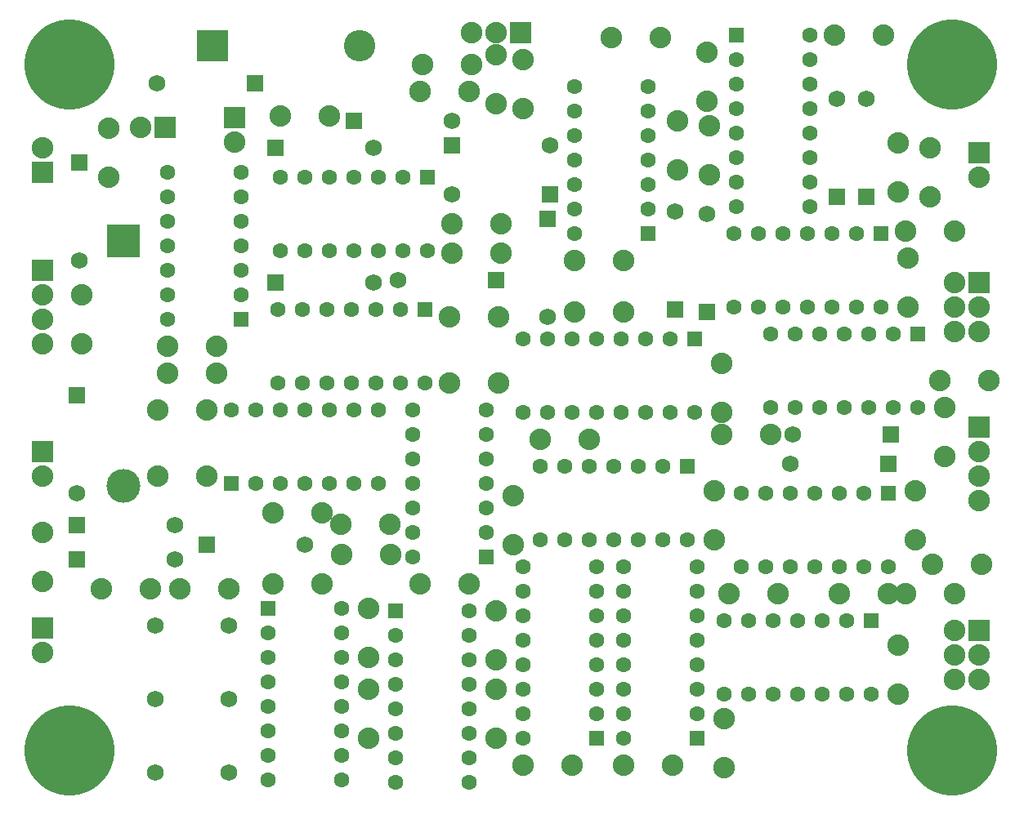
<source format=gbr>
G04 Title: Ronja Twister, solder mask component side *
G04 Creator: pcb-bin 20050609 *
G04 CreationDate: Sat Jan 14 17:56:02 2006 UTC *
G04 For: clock *
G04 Format: Gerber/RS-274X *
G04 PCB-Dimensions: 408000 328000 *
G04 PCB-Coordinate-Origin: lower left *
%MOIN*%
%FSLAX24Y24*%
%IPPOS*%
%ADD11C,0.0200*%
%ADD12C,0.0800*%
%ADD13C,0.1080*%
%ADD14C,0.0400*%
%ADD15C,0.0480*%
%ADD16C,0.0680*%
%ADD17C,0.0120*%
%ADD18C,0.0300*%
%ADD19C,0.0580*%
%ADD20C,0.0700*%
%ADD21C,0.0100*%
%ADD22C,0.0374*%
%ADD23C,0.0600*%
%ADD24C,0.0880X0.0600*%
%ADD25C,0.0880*%
%ADD26C,0.0160*%
%AMTHERM1*7,0,0,0.0880,0.0600,0.0160,45*%
%ADD27THERM1*%
%ADD28C,0.0080*%
%ADD29R,0.0552X0.0552*%
%ADD30R,0.0632X0.0632*%
%ADD31R,0.0832X0.0832X0.0552X0.0552*%
%ADD32R,0.0832X0.0832*%
%ADD33C,0.0552*%
%ADD34C,0.0632*%
%ADD35C,0.0832X0.0552*%
%ADD36C,0.0832*%
%ADD37C,0.0225*%
%AMTHERM2*7,0,0,0.1080,0.0800,0.0225,45*%
%ADD38THERM2*%
%ADD39C,0.1080X0.0800*%
%ADD40R,0.0800X0.0800*%
%ADD41R,0.0880X0.0880*%
%ADD42R,0.1080X0.1080X0.0800X0.0800*%
%ADD43R,0.1080X0.1080*%
%AMTHERM3*7,0,0,0.1080,0.0800,0.0200,45*%
%ADD44THERM3*%
%ADD45C,0.0156*%
%AMTHERM4*7,0,0,0.0832,0.0552,0.0156,45*%
%ADD46THERM4*%
%ADD47R,0.0600X0.0600*%
%ADD48R,0.0680X0.0680*%
%ADD49R,0.0880X0.0880X0.0600X0.0600*%
%ADD50R,0.1300X0.1300*%
%ADD51R,0.1380X0.1380*%
%ADD52R,0.1580X0.1580X0.1300X0.1300*%
%ADD53R,0.1580X0.1580*%
%ADD54C,0.1300*%
%ADD55C,0.1380*%
%ADD56C,0.1580X0.1300*%
%ADD57C,0.1580*%
%ADD58R,0.1200X0.1200*%
%ADD59R,0.1280X0.1280*%
%AMTHERM5*7,0,0,0.1480,0.1200,0.0300,45*%
%ADD60THERM5*%
%ADD61R,0.1480X0.1480X0.1200X0.1200*%
%ADD62R,0.1480X0.1480*%
%ADD63C,0.1200*%
%ADD64C,0.1280*%
%ADD65C,0.1480X0.1200*%
%ADD66C,0.1480*%
%ADD67C,0.0091*%
%ADD68C,0.0112*%
%ADD69C,0.0084*%
%ADD70C,0.0105*%
%ADD71C,0.0118*%
%ADD72C,0.0098*%
%ADD73C,0.0139*%
%ADD74C,0.0159*%
%ADD75C,0.0207*%
%ADD76C,0.0760*%
%ADD77C,0.0760X0.0480*%
%ADD78C,0.0860*%
%ADD79C,0.0860X0.0580*%
%ADD80C,0.0560*%
%ADD81C,0.0840*%
%ADD82C,0.0840X0.0560*%
%ADD83C,0.0650*%
%ADD84C,0.0930*%
%ADD85C,0.0930X0.0650*%
%ADD86C,0.3600*%
%ADD87C,0.3680*%
%ADD88C,0.0950*%
%AMTHERM6*7,0,0,0.3880,0.3600,0.0950,45*%
%ADD89THERM6*%
%ADD90C,0.3880*%
%ADD91C,0.3880X0.3600*%
%ADD92C,0.1100*%
%AMTHERM7*7,0,0,0.1380,0.1100,0.0300,45*%
%ADD93THERM7*%
%ADD94C,0.1380X0.1100*%
%LNGROUP_1*%
%LPD*%
G01X0Y0D02*
G54D16*X5900Y7500D03*
Y1500D03*
X8900D03*
Y7500D03*
G54D30*X28000Y2900D03*
G54D34*Y3900D03*
Y4900D03*
Y5900D03*
Y6900D03*
Y7900D03*
Y8900D03*
Y9900D03*
X25000D03*
Y8900D03*
Y7900D03*
Y6900D03*
Y5900D03*
Y4900D03*
Y3900D03*
Y2900D03*
G54D25*X29100Y3700D03*
Y1700D03*
G54D41*X39500Y21500D03*
G54D25*Y20500D03*
Y19500D03*
X38500Y21500D03*
Y20500D03*
Y19500D03*
G54D41*X1300Y7400D03*
G54D25*Y6400D03*
G54D41*X39500Y15600D03*
G54D25*Y14600D03*
Y13600D03*
Y12600D03*
G54D41*X20800Y31700D03*
G54D25*X19800D03*
X18800D03*
G54D41*X1300Y22000D03*
G54D25*Y21000D03*
Y20000D03*
Y19000D03*
G54D30*X17000Y25800D03*
G54D34*X16000D03*
X15000D03*
X14000D03*
X13000D03*
X12000D03*
X11000D03*
Y22800D03*
X12000D03*
X13000D03*
X14000D03*
X15000D03*
X16000D03*
X17000D03*
G54D30*X37000Y19400D03*
G54D34*X36000D03*
X35000D03*
X34000D03*
X33000D03*
X32000D03*
X31000D03*
Y16400D03*
X32000D03*
X33000D03*
X34000D03*
X35000D03*
X36000D03*
X37000D03*
G54D41*X9140Y28230D03*
G54D25*Y27230D03*
G54D48*X10800Y21500D03*
G54D16*X14800D03*
G54D51*X4600Y23200D03*
G54D55*Y13200D03*
G54D48*X2700Y16900D03*
G54D16*Y12900D03*
G54D30*X29600Y31600D03*
G54D34*Y30600D03*
Y29600D03*
Y28600D03*
Y27600D03*
Y26600D03*
Y25600D03*
Y24600D03*
X32600D03*
Y25600D03*
Y26600D03*
Y27600D03*
Y28600D03*
Y29600D03*
Y30600D03*
Y31600D03*
G54D48*X2700Y10200D03*
G54D16*X6700D03*
G54D25*X28700Y11000D03*
Y13000D03*
G54D48*X34900Y25000D03*
G54D16*Y29000D03*
G54D25*X26500Y31500D03*
X24500D03*
G54D41*X39500Y26800D03*
G54D25*Y25800D03*
X27000Y1800D03*
X25000D03*
X28500Y27900D03*
Y25900D03*
X35600Y31600D03*
X33600D03*
X28400Y28900D03*
Y30900D03*
X18700Y29300D03*
X16700D03*
X25000Y22400D03*
X23000D03*
X19900Y17400D03*
X17900D03*
X19900Y20100D03*
X17900D03*
X13000Y28300D03*
X11000D03*
G54D48*X9970Y29630D03*
G54D16*X5970D03*
G54D25*X6900Y9000D03*
X8900D03*
X12700Y9200D03*
X10700D03*
X20000Y22700D03*
X18000D03*
X20000Y23900D03*
X18000D03*
X8400Y18900D03*
X6400D03*
X8400Y17800D03*
X6400D03*
X6000Y16300D03*
X8000D03*
X6000Y13600D03*
X8000D03*
X38100Y14400D03*
Y16400D03*
X39900Y17500D03*
X37900D03*
X38500Y8800D03*
X36500D03*
X21600Y15100D03*
X23600D03*
X33800Y8800D03*
X35800D03*
X36900Y11000D03*
Y13000D03*
X36600Y22500D03*
Y20500D03*
X38500Y23600D03*
X36500D03*
X13500Y10400D03*
X15500D03*
X13460Y11640D03*
X15460D03*
G54D48*X10800Y27000D03*
G54D16*X14800D03*
G54D59*X8220Y31170D03*
G54D64*X14220D03*
G54D41*X39500Y7300D03*
G54D25*Y6300D03*
Y5300D03*
X38500Y7300D03*
Y6300D03*
Y5300D03*
G54D48*X33700Y25000D03*
G54D16*Y29000D03*
G54D25*X18800Y30400D03*
X16800D03*
G54D48*X28400Y20300D03*
G54D16*Y24300D03*
G54D48*X18000Y27100D03*
G54D16*X22000D03*
G54D48*X35900Y15300D03*
G54D16*X31900D03*
G54D48*X14000Y28100D03*
G54D16*X18000D03*
G54D48*X27100Y20400D03*
G54D16*Y24400D03*
G54D30*X27900Y19200D03*
G54D34*X26900D03*
X25900D03*
X24900D03*
X23900D03*
X22900D03*
X21900D03*
X20900D03*
Y16200D03*
X21900D03*
X22900D03*
X23900D03*
X24900D03*
X25900D03*
X26900D03*
X27900D03*
G54D48*X35800Y14100D03*
G54D16*X31800D03*
G54D48*X21900Y24100D03*
G54D16*Y20100D03*
G54D48*X22000Y25100D03*
G54D16*X18000D03*
G54D25*X31000Y15300D03*
X29000D03*
Y18200D03*
Y16200D03*
G54D48*X19800Y21600D03*
G54D16*X15800D03*
G54D25*X20900Y30600D03*
Y28600D03*
G54D48*X2800Y26400D03*
G54D16*Y22400D03*
G54D30*X19400Y10300D03*
G54D34*Y11300D03*
Y12300D03*
Y13300D03*
Y14300D03*
Y15300D03*
Y16300D03*
X16400D03*
Y15300D03*
Y14300D03*
Y13300D03*
Y12300D03*
Y11300D03*
Y10300D03*
G54D41*X1300Y26000D03*
G54D25*Y27000D03*
G54D30*X9400Y20000D03*
G54D34*Y21000D03*
Y22000D03*
Y23000D03*
Y24000D03*
Y25000D03*
Y26000D03*
X6400D03*
Y25000D03*
Y24000D03*
Y23000D03*
Y22000D03*
Y21000D03*
Y20000D03*
G54D30*X9000Y13300D03*
G54D34*X10000D03*
X11000D03*
X12000D03*
X13000D03*
X14000D03*
X15000D03*
Y16300D03*
X14000D03*
X13000D03*
X12000D03*
X11000D03*
X10000D03*
X9000D03*
G54D48*X8000Y10800D03*
G54D16*X12000D03*
G54D25*X29300Y8800D03*
X31300D03*
G54D30*X35500Y23500D03*
G54D34*X34500D03*
X33500D03*
X32500D03*
X31500D03*
X30500D03*
X29500D03*
Y20500D03*
X30500D03*
X31500D03*
X32500D03*
X33500D03*
X34500D03*
X35500D03*
G54D25*X16700Y9200D03*
X18700D03*
X20500Y10800D03*
Y12800D03*
G54D30*X26000Y23500D03*
G54D34*Y24500D03*
Y25500D03*
Y26500D03*
Y27500D03*
Y28500D03*
Y29500D03*
X23000D03*
Y28500D03*
Y27500D03*
Y26500D03*
Y25500D03*
Y24500D03*
Y23500D03*
G54D48*X2700Y11600D03*
G54D16*X6700D03*
G54D25*X2900Y21000D03*
Y19000D03*
G54D30*X35800Y12900D03*
G54D34*X34800D03*
X33800D03*
X32800D03*
X31800D03*
X30800D03*
X29800D03*
Y9900D03*
X30800D03*
X31800D03*
X32800D03*
X33800D03*
X34800D03*
X35800D03*
G54D25*X5700Y9000D03*
X3700D03*
X37600Y10000D03*
X39600D03*
X1300Y11300D03*
Y9300D03*
G54D30*X16900Y20400D03*
G54D34*X15900D03*
X14900D03*
X13900D03*
X12900D03*
X11900D03*
X10900D03*
Y17400D03*
X11900D03*
X12900D03*
X13900D03*
X14900D03*
X15900D03*
X16900D03*
G54D25*X25000Y20300D03*
X23000D03*
X27200Y28100D03*
Y26100D03*
G54D41*X1300Y14600D03*
G54D25*Y13600D03*
X36200Y25200D03*
Y27200D03*
X37500Y25000D03*
Y27000D03*
X19800Y28800D03*
Y30800D03*
X4000Y25800D03*
Y27800D03*
X12700Y12100D03*
X10700D03*
X36200Y6700D03*
Y4700D03*
G54D30*X35100Y7700D03*
G54D34*X34100D03*
X33100D03*
X32100D03*
X31100D03*
X30100D03*
X29100D03*
Y4700D03*
X30100D03*
X31100D03*
X32100D03*
X33100D03*
X34100D03*
X35100D03*
G54D30*X10500Y8200D03*
G54D34*Y7200D03*
Y6200D03*
Y5200D03*
Y4200D03*
Y3200D03*
Y2200D03*
Y1200D03*
X13500D03*
Y2200D03*
Y3200D03*
Y4200D03*
Y5200D03*
Y6200D03*
Y7200D03*
Y8200D03*
G54D30*X15700Y8100D03*
G54D34*Y7100D03*
Y6100D03*
Y5100D03*
Y4100D03*
Y3100D03*
Y2100D03*
Y1100D03*
X18700D03*
Y2100D03*
Y3100D03*
Y4100D03*
Y5100D03*
Y6100D03*
Y7100D03*
Y8100D03*
G54D25*X14600Y6200D03*
Y8200D03*
Y2900D03*
Y4900D03*
X19800Y6100D03*
Y8100D03*
G54D30*X27600Y14000D03*
G54D34*X26600D03*
X25600D03*
X24600D03*
X23600D03*
X22600D03*
X21600D03*
Y11000D03*
X22600D03*
X23600D03*
X24600D03*
X25600D03*
X26600D03*
X27600D03*
G54D25*X19800Y4900D03*
Y2900D03*
X22900Y1800D03*
X20900D03*
G54D30*X23900Y2900D03*
G54D34*Y3900D03*
Y4900D03*
Y5900D03*
Y6900D03*
Y7900D03*
Y8900D03*
Y9900D03*
X20900D03*
Y8900D03*
Y7900D03*
Y6900D03*
Y5900D03*
Y4900D03*
Y3900D03*
Y2900D03*
G54D41*X6300Y27830D03*
G54D25*X5300D03*
G54D87*X2400Y30400D03*
Y2400D03*
X38400D03*
Y30400D03*
G54D16*X5899Y4500D03*
X8899D03*
M02*

</source>
